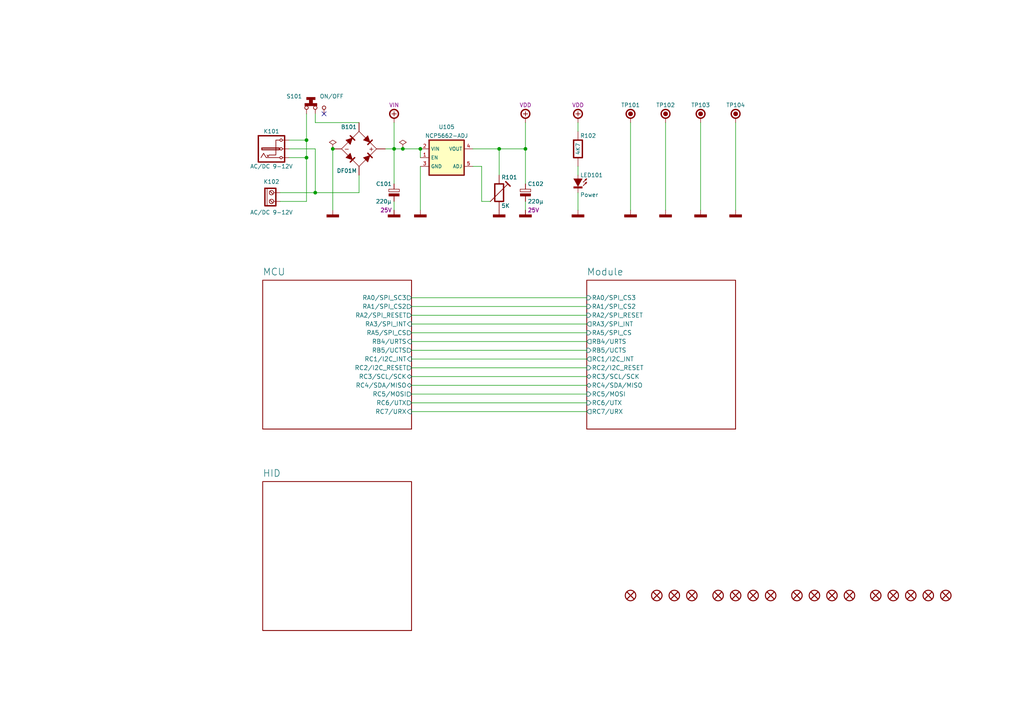
<source format=kicad_sch>
(kicad_sch (version 20250114) (generator "eeschema") (generator_version "9.0")
  (paper "A4")
  (title_block (title "Root & Power") (date "01/2022") (rev "A") (comment 1 "PIC8-Bit Trainer"))
  (lib_symbols
    (symbol "tronixio:+VDD" (power) (pin_numbers (hide yes)) (pin_names (offset 0) (hide yes))
      (property "Description" "VDD" (at 0 5.08 0))
      (symbol "+VDD_0_1"
        (polyline (pts (xy -0.635 2.54) (xy 0.635 2.54)) (stroke (width 0.2)))
        (circle (center 0 2.54) (radius 1.27) (stroke (width 0.4)))
        (polyline (pts (xy 0 1.905) (xy 0 3.175)) (stroke (width 0.2)))
      )
      (symbol "+VDD_1_1"
        (pin power_in line (at 0 0 90) (length 1.27) (name "~") (number "1"))
      )
    )
    (symbol "tronixio:+VIN" (power) (pin_numbers (hide yes)) (pin_names (offset 0) (hide yes))
      (property "Description" "VIN" (at 0 5.08 0))
      (symbol "+VIN_0_1"
        (polyline (pts (xy -0.635 2.54) (xy 0.635 2.54)) (stroke (width 0.2)))
        (circle (center 0 2.54) (radius 1.27) (stroke (width 0.4)))
        (polyline (pts (xy 0 1.905) (xy 0 3.175)) (stroke (width 0.2)))
      )
      (symbol "+VIN_1_1"
        (pin power_in line (at 0 0 90) (length 1.27) (name "~") (number "1"))
      )
    )
    (symbol "tronixio:3M-SJ5376" (pin_numbers (hide yes)) (pin_names (offset 0) (hide yes))
      (symbol "3M-SJ5376_0_1"
        (polyline (pts (xy -1.016 -1.016) (xy 1.016 1.016)) (stroke (width 0.3)))
        (circle (center 0 0) (radius 1.524) (stroke (width 0.3)))
        (polyline (pts (xy 1.016 -1.016) (xy -1.016 1.016)) (stroke (width 0.3)))
      )
    )
    (symbol "tronixio:CK-1101M2" (pin_numbers (hide yes)) (pin_names (offset 0) (hide yes))
      (property "Reference" "S" (at 0 8.89 0))
      (property "Value" "CK-1101M2" (at 0 6.35 0))
      (symbol "CK-1101M2_0_1"
        (rectangle (start -3.048 3.048) (end 0.508 2.286) (stroke (width 0.001)) (fill (type outline)))
        (rectangle (start -2.54 4.826) (end 0 4.064) (stroke (width 0.001)) (fill (type outline)))
        (circle (center -2.54 1.778) (radius 0.508) (stroke (width 0.2)))
        (rectangle (start -1.778 3.048) (end -0.762 4.064) (stroke (width 0.001)) (fill (type outline)))
        (circle (center 0 1.778) (radius 0.508) (stroke (width 0.2)))
        (circle (center 2.54 1.778) (radius 0.508) (stroke (width 0.2)))
        (pin passive line (at -2.54 0 90) (length 1.27) (name "1") (number "1"))
        (pin passive line (at 0 0 90) (length 1.27) (name "2") (number "2"))
        (pin passive line (at 2.54 0 90) (length 1.27) (name "3") (number "3"))
      )
    )
    (symbol "tronixio:GND" (power) (pin_numbers (hide yes)) (pin_names (offset 0) (hide yes))
      (symbol "GND_0_1"
        (rectangle (start -1.778 -2.032) (end 1.778 -1.27) (stroke (width 0.001)) (fill (type outline)))
      )
      (symbol "GND_1_1"
        (pin power_in line (at 0 0 270) (length 1.27) (name "~") (number "1"))
      )
    )
    (symbol "tronixio:HARWIN-JUMPER-0254-06MM-BLACK" (pin_numbers (hide yes)) (pin_names (offset 0) (hide yes))
      (symbol "HARWIN-JUMPER-0254-06MM-BLACK_0_1"
        (polyline (pts (xy -1.016 -1.016) (xy 1.016 1.016)) (stroke (width 0.3)))
        (circle (center 0 0) (radius 1.524) (stroke (width 0.3)))
        (polyline (pts (xy 1.016 -1.016) (xy -1.016 1.016)) (stroke (width 0.3)))
      )
    )
    (symbol "tronixio:HARWIN-JUMPER-0254-06MM-RED" (pin_numbers (hide yes)) (pin_names (offset 0) (hide yes))
      (symbol "HARWIN-JUMPER-0254-06MM-RED_0_1"
        (polyline (pts (xy -1.016 -1.016) (xy 1.016 1.016)) (stroke (width 0.3)))
        (circle (center 0 0) (radius 1.524) (stroke (width 0.3)))
        (polyline (pts (xy 1.016 -1.016) (xy -1.016 1.016)) (stroke (width 0.3)))
      )
    )
    (symbol "tronixio:HARWIN-JUMPER-0254-14MM-BLACK" (pin_numbers (hide yes)) (pin_names (offset 0) (hide yes))
      (symbol "HARWIN-JUMPER-0254-14MM-BLACK_0_1"
        (polyline (pts (xy -1.016 -1.016) (xy 1.016 1.016)) (stroke (width 0.3)))
        (circle (center 0 0) (radius 1.524) (stroke (width 0.3)))
        (polyline (pts (xy 1.016 -1.016) (xy -1.016 1.016)) (stroke (width 0.3)))
      )
    )
    (symbol "tronixio:KEYSTONE-2000-3" (pin_numbers (hide yes)) (pin_names (offset 0) (hide yes))
      (property "Reference" "TP" (at 0 5.08 0))
      (symbol "KEYSTONE-2000-3_0_1"
        (circle (center 0 2.54) (radius 0.635) (stroke (width 0.001)) (fill (type outline)))
        (circle (center 0 2.54) (radius 1.27) (stroke (width 0.4)))
      )
      (symbol "KEYSTONE-2000-3_1_1"
        (pin passive line (at 0 0 90) (length 1.27) (name "~") (number "1"))
      )
    )
    (symbol "tronixio:KEYSTONE-24283" (pin_numbers (hide yes)) (pin_names (offset 0) (hide yes))
      (symbol "KEYSTONE-24283_0_1"
        (polyline (pts (xy -1.016 -1.016) (xy 1.016 1.016)) (stroke (width 0.3)))
        (circle (center 0 0) (radius 1.524) (stroke (width 0.3)))
        (polyline (pts (xy 1.016 -1.016) (xy -1.016 1.016)) (stroke (width 0.3)))
      )
    )
    (symbol "tronixio:KEYSTONE-5006" (pin_numbers (hide yes)) (pin_names (offset 0) (hide yes))
      (property "Reference" "TP" (at 0 5.08 0))
      (symbol "KEYSTONE-5006_0_1"
        (circle (center 0 2.54) (radius 0.635) (stroke (width 0.001)) (fill (type outline)))
        (circle (center 0 2.54) (radius 1.27) (stroke (width 0.4)))
      )
      (symbol "KEYSTONE-5006_1_1"
        (pin passive line (at 0 0 90) (length 1.27) (name "~") (number "1"))
      )
    )
    (symbol "tronixio:KINGBRIGHT-LED-05MM-RED" (pin_numbers (hide yes)) (pin_names (offset 0) (hide yes))
      (property "Reference" "LED" (at 0 3.81 0))
      (property "Value" "RED" (at 0 -2.54 0))
      (symbol "KINGBRIGHT-LED-05MM-RED_0_1"
        (rectangle (start -1.27 1.27) (end -0.762 -1.27) (stroke (width 0.001)) (fill (type outline)))
        (polyline (pts (xy -0.508 1.524) (xy 0.508 2.54) (xy 0.254 2.032) (xy 0 2.286) (xy 0.508 2.54)) (stroke (width 0.2)))
        (polyline (pts (xy 0.508 1.524) (xy 1.524 2.54) (xy 1.27 2.032) (xy 1.016 2.286) (xy 1.524 2.54)) (stroke (width 0.2)))
        (polyline (pts (xy 1.524 -1.27) (xy 1.524 1.27) (xy -0.762 0) (xy 1.524 -1.27)) (stroke (width 0.001)) (fill (type outline)))
      )
      (symbol "KINGBRIGHT-LED-05MM-RED_1_1"
        (pin passive line (at -2.54 0 0) (length 1.27) (name "C") (number "1"))
        (pin passive line (at 2.54 0 180) (length 1.27) (name "A") (number "2"))
      )
    )
    (symbol "tronixio:NICHICON-UVZ-220U-25V" (pin_numbers (hide yes)) (pin_names (offset 0) (hide yes))
      (property "Reference" "C" (at 0.635 2.54 0))
      (property "Value" "220µ" (at 0.635 -2.54 0))
      (property "Voltage" "25V" (at 0.635 -5.08 0))
      (symbol "NICHICON-UVZ-220U-25V_0_1"
        (rectangle (start -1.524 1.016) (end 1.524 0.254) (stroke (width 0.1524)))
        (rectangle (start -1.524 -0.254) (end 1.524 -1.016) (stroke (width 0.001)) (fill (type outline)))
      )
      (symbol "NICHICON-UVZ-220U-25V_1_1"
        (pin passive line (at 0 2.54 270) (length 1.5) (name "~") (number "1"))
        (pin passive line (at 0 -2.54 90) (length 1.905) (name "~") (number "2"))
      )
    )
    (symbol "tronixio:ONSEMI-DF01M" (pin_numbers (hide yes)) (pin_names (offset 0) (hide yes))
      (property "Reference" "B" (at -1.27 7.62 0))
      (property "Value" "DF01M" (at 1.27 7.62 0))
      (symbol "ONSEMI-DF01M_0_0"
        (text "-" (at -3.556 0 0) (effects (font (size 1.27 1.27))))
        (text "~" (at 0 3.81 0) (effects (font (size 1.27 1.27))))
        (text "~" (at 0 -3.81 0) (effects (font (size 1.27 1.27))))
        (text "+" (at 3.556 0 0) (effects (font (size 1.27 1.27))))
      )
      (symbol "ONSEMI-DF01M_0_1"
        (polyline (pts (xy -5.08 0) (xy 0 5.08) (xy 5.08 0) (xy 0 -5.08) (xy -5.08 0)) (stroke (width 0.1524)))
        (polyline (pts (xy -3.81 2.54) (xy -2.54 1.27) (xy -1.905 3.175) (xy -3.81 2.54)) (stroke (width 0.1524)) (fill (type outline)))
        (polyline (pts (xy -2.54 3.81) (xy -1.27 2.54)) (stroke (width 0.4)))
        (polyline (pts (xy -2.54 2.54) (xy -2.54 2.54)) (stroke (width 0.1524)))
        (polyline (pts (xy -2.54 -1.27) (xy -3.81 -2.54) (xy -1.905 -3.175) (xy -2.54 -1.27)) (stroke (width 0.1524)) (fill (type outline)))
        (polyline (pts (xy -2.54 -3.81) (xy -1.27 -2.54)) (stroke (width 0.4)))
        (polyline (pts (xy 1.27 -2.54) (xy 2.54 -3.81) (xy 3.175 -1.905) (xy 1.27 -2.54)) (stroke (width 0.1524)) (fill (type outline)))
        (polyline (pts (xy 2.54 3.81) (xy 1.27 2.54) (xy 3.175 1.905) (xy 2.54 3.81)) (stroke (width 0.1524)) (fill (type outline)))
        (polyline (pts (xy 3.81 2.54) (xy 2.54 1.27)) (stroke (width 0.4)))
        (polyline (pts (xy 3.81 -2.54) (xy 2.54 -1.27)) (stroke (width 0.4)))
      )
      (symbol "ONSEMI-DF01M_1_1"
        (pin passive line (at -7.62 0 0) (length 2.54) (name "2") (number "2"))
        (pin passive line (at 0 7.62 270) (length 2.54) (name "4") (number "4"))
        (pin passive line (at 0 -7.62 90) (length 2.54) (name "3") (number "3"))
        (pin passive line (at 7.62 0 180) (length 2.54) (name "1") (number "1"))
      )
    )
    (symbol "tronixio:ONSEMI-NCP5662-ADJ-TO263" (pin_names (offset 0.5))
      (property "Reference" "U" (at 7.62 3.81 0))
      (property "Value" "ONSEMI-NCP5662-ADJ-TO263" (at 7.62 -8.89 0))
      (symbol "ONSEMI-NCP5662-ADJ-TO263_0_1"
        (rectangle (start 2.54 2.54) (end 12.7 -7.62) (stroke (width 0.4)) (fill (type background)))
      )
      (symbol "ONSEMI-NCP5662-ADJ-TO263_1_1"
        (pin power_in line (at 0 0 0) (length 2.54) (name "VIN") (number "2"))
        (pin input line (at 0 -2.54 0) (length 2.54) (name "EN") (number "1"))
        (pin power_in line (at 0 -5.08 0) (length 2.54) (name "GND") (number "3"))
        (pin power_out line (at 15.24 0 180) (length 2.54) (name "VOUT") (number "4"))
        (pin passive line (at 15.24 -5.08 180) (length 2.54) (name "ADJ") (number "5"))
      )
    )
    (symbol "tronixio:PE-450-4X6X-BLACK" (pin_numbers (hide yes)) (pin_names (offset 0) (hide yes))
      (symbol "PE-450-4X6X-BLACK_0_1"
        (polyline (pts (xy -1.016 -1.016) (xy 1.016 1.016)) (stroke (width 0.3)))
        (circle (center 0 0) (radius 1.524) (stroke (width 0.3)))
        (polyline (pts (xy 1.016 -1.016) (xy -1.016 1.016)) (stroke (width 0.3)))
      )
    )
    (symbol "tronixio:POWER-FLAG" (power) (pin_numbers (hide yes)) (pin_names (offset 0) (hide yes))
      (symbol "POWER-FLAG_0_0"
        (pin power_out line (at 0 0 90) (length 0) (name "pwr") (number "1"))
      )
      (symbol "POWER-FLAG_0_1"
        (polyline (pts (xy 0 0) (xy 0 1.27) (xy -1.016 1.905) (xy 0 2.54) (xy 1.016 1.905) (xy 0 1.27)))
      )
    )
    (symbol "tronixio:RESISTOR-1016TH-4K7-5P" (pin_numbers (hide yes)) (pin_names (offset 0) (hide yes))
      (property "Reference" "R" (at 0.635 3.81 0))
      (property "Value" "4k7" (at 0 0 90))
      (symbol "RESISTOR-1016TH-4K7-5P_0_1"
        (rectangle (start -1.27 -2.54) (end 1.27 2.54) (stroke (width 0.4)))
      )
      (symbol "RESISTOR-1016TH-4K7-5P_1_1"
        (pin passive line (at 0 5.08 270) (length 2.54) (name "~") (number "1"))
        (pin passive line (at 0 -5.08 90) (length 2.54) (name "~") (number "2"))
      )
    )
    (symbol "tronixio:SAMESKY-PJ-102AH-TH" (pin_numbers (hide yes)) (pin_names (offset 0) (hide yes))
      (property "Reference" "K" (at 0 5.08 0))
      (property "Value" "PJ-102H" (at 0 -5.08 0))
      (symbol "SAMESKY-PJ-102AH-TH_0_1"
        (rectangle (start -3.81 -3.81) (end 3.81 3.81) (stroke (width 0.4)))
        (polyline (pts (xy -3.048 -2.54) (xy -2.286 -1.27) (xy -1.524 -2.54) (xy 2.286 -2.54)) (stroke (width 0.2)))
        (rectangle (start -2.794 0.254) (end 2.286 -0.254) (stroke (width 0.3)))
        (polyline (pts (xy -1.27 -1.778) (xy -1.016 -2.286) (xy -0.762 -1.778) (xy 1.27 -1.778) (xy 1.27 2.54) (xy 2.286 2.54)) (stroke (width 0.2)))
        (circle (center 2.794 2.54) (radius 0.3592) (stroke (width 0.2)))
        (circle (center 2.794 0) (radius 0.3592) (stroke (width 0.2)))
        (circle (center 2.794 -2.54) (radius 0.3592) (stroke (width 0.2)))
      )
      (symbol "SAMESKY-PJ-102AH-TH_1_1"
        (pin passive line (at 5.08 2.54 180) (length 1.905) (name "~") (number "3"))
        (pin passive line (at 5.08 0 180) (length 1.905) (name "~") (number "1"))
        (pin passive line (at 5.08 -2.54 180) (length 1.905) (name "~") (number "2"))
      )
    )
    (symbol "tronixio:SAMESSKY-TB006-508-02BE" (pin_numbers (hide yes)) (pin_names (offset 0) (hide yes))
      (property "Reference" "K" (at 0 2.54 0))
      (property "Value" "TB006-508-02BE" (at 0 -5.715 0))
      (symbol "SAMESSKY-TB006-508-02BE_0_1"
        (rectangle (start -1.27 1.27) (end 1.905 -3.81) (stroke (width 0.4)))
        (circle (center 0 0) (radius 0.635) (stroke (width 0.2)))
        (circle (center 0 -2.54) (radius 0.635) (stroke (width 0.2)))
        (polyline (pts (xy 0.32 0.32) (xy -0.32 -0.32)) (stroke (width 0.2)))
        (polyline (pts (xy 0.32 -2.24) (xy -0.32 -2.88)) (stroke (width 0.2)))
        (polyline (pts (xy 1.27 1.27) (xy 1.27 -3.81)))
      )
      (symbol "SAMESSKY-TB006-508-02BE_1_1"
        (pin passive line (at -2.54 0 0) (length 1.905) (name "~") (number "1"))
        (pin passive line (at -2.54 -2.54 0) (length 1.905) (name "~") (number "2"))
      )
    )
    (symbol "tronixio:TRIMMER-64W-5K" (pin_numbers (hide yes)) (pin_names (offset 0) (hide yes))
      (property "Reference" "P" (at 2.54 2.54 0))
      (property "Value" "5k" (at 2.54 0 0))
      (symbol "TRIMMER-64W-5K_0_1"
        (polyline (pts (xy -3.175 1.905) (xy -1.905 3.175)) (stroke (width 0.4)))
        (rectangle (start -1.27 2.54) (end 1.27 -2.54) (stroke (width 0.4)))
      )
      (symbol "TRIMMER-64W-5K_1_1"
        (polyline (pts (xy 2.54 -2.54) (xy -2.54 2.54)) (stroke (width 0.2)))
        (pin passive line (at 0 5.08 270) (length 2.54) (name "~") (number "3"))
        (pin passive line (at 0 -5.08 90) (length 2.54) (name "~") (number "1"))
        (pin passive line (at 2.54 -2.54 180) (length 0) (name "~") (number "2"))
      )
    )
  )
  (junction (at 116.84 43.18))
  (junction (at 91.44 55.88))
  (junction (at 114.3 43.18))
  (junction (at 121.92 43.18))
  (junction (at 152.4 43.18))
  (junction (at 88.9 45.72))
  (junction (at 144.78 43.18))
  (junction (at 88.9 40.64))
  (junction (at 96.52 43.18))
  (no_connect (at 93.98 33.02))
  (wire (pts (xy 104.14 50.8) (xy 104.14 55.88)))
  (wire (pts (xy 119.38 96.52) (xy 170.18 96.52)))
  (wire (pts (xy 83.82 45.72) (xy 88.9 45.72)))
  (wire (pts (xy 114.3 58.42) (xy 114.3 60.96)))
  (wire (pts (xy 88.9 45.72) (xy 88.9 40.64)))
  (wire (pts (xy 119.38 106.68) (xy 170.18 106.68)))
  (wire (pts (xy 137.16 43.18) (xy 144.78 43.18)))
  (wire (pts (xy 81.28 55.88) (xy 91.44 55.88)))
  (wire (pts (xy 119.38 119.38) (xy 170.18 119.38)))
  (wire (pts (xy 81.28 58.42) (xy 88.9 58.42)))
  (wire (pts (xy 88.9 40.64) (xy 88.9 33.02)))
  (wire (pts (xy 139.7 48.26) (xy 139.7 58.42)))
  (wire (pts (xy 119.38 116.84) (xy 170.18 116.84)))
  (wire (pts (xy 119.38 114.3) (xy 170.18 114.3)))
  (wire (pts (xy 114.3 43.18) (xy 114.3 53.34)))
  (wire (pts (xy 121.92 45.72) (xy 121.92 43.18)))
  (wire (pts (xy 167.64 35.56) (xy 167.64 38.1)))
  (wire (pts (xy 152.4 43.18) (xy 152.4 53.34)))
  (wire (pts (xy 119.38 101.6) (xy 170.18 101.6)))
  (wire (pts (xy 213.36 35.56) (xy 213.36 60.96)))
  (wire (pts (xy 111.76 43.18) (xy 114.3 43.18)))
  (wire (pts (xy 83.82 40.64) (xy 88.9 40.64)))
  (wire (pts (xy 182.88 35.56) (xy 182.88 60.96)))
  (wire (pts (xy 152.4 35.56) (xy 152.4 43.18)))
  (wire (pts (xy 144.78 43.18) (xy 144.78 50.8)))
  (wire (pts (xy 91.44 33.02) (xy 91.44 35.56)))
  (wire (pts (xy 119.38 88.9) (xy 170.18 88.9)))
  (wire (pts (xy 119.38 99.06) (xy 170.18 99.06)))
  (wire (pts (xy 119.38 86.36) (xy 170.18 86.36)))
  (wire (pts (xy 144.78 43.18) (xy 152.4 43.18)))
  (wire (pts (xy 91.44 55.88) (xy 104.14 55.88)))
  (wire (pts (xy 167.64 48.26) (xy 167.64 50.8)))
  (wire (pts (xy 119.38 109.22) (xy 170.18 109.22)))
  (wire (pts (xy 119.38 111.76) (xy 170.18 111.76)))
  (wire (pts (xy 167.64 55.88) (xy 167.64 60.96)))
  (wire (pts (xy 119.38 104.14) (xy 170.18 104.14)))
  (wire (pts (xy 83.82 43.18) (xy 91.44 43.18)))
  (wire (pts (xy 114.3 35.56) (xy 114.3 43.18)))
  (wire (pts (xy 152.4 58.42) (xy 152.4 60.96)))
  (wire (pts (xy 121.92 48.26) (xy 121.92 60.96)))
  (wire (pts (xy 119.38 93.98) (xy 170.18 93.98)))
  (wire (pts (xy 88.9 58.42) (xy 88.9 45.72)))
  (wire (pts (xy 137.16 48.26) (xy 139.7 48.26)))
  (wire (pts (xy 96.52 43.18) (xy 96.52 60.96)))
  (wire (pts (xy 114.3 43.18) (xy 116.84 43.18)))
  (wire (pts (xy 116.84 43.18) (xy 121.92 43.18)))
  (wire (pts (xy 193.04 35.56) (xy 193.04 60.96)))
  (wire (pts (xy 91.44 35.56) (xy 104.14 35.56)))
  (wire (pts (xy 203.2 35.56) (xy 203.2 60.96)))
  (wire (pts (xy 119.38 91.44) (xy 170.18 91.44)))
  (wire (pts (xy 139.7 58.42) (xy 142.24 58.42)))
  (wire (pts (xy 91.44 43.18) (xy 91.44 55.88)))
  (symbol (lib_id "tronixio:SAMESSKY-TB006-508-02BE") (at 78.74 55.88 0) (mirror y) (unit 1)
    (property "Reference" "K102" (at 78.74 52.705 0) (effects (font (size 1.15 1.15))))
    (property "Value" "AC/DC 9-12V" (at 78.74 61.595 0) (effects (font (size 1.15 1.15))))
    (property "Footprint" "tronixio:SAMESKY-TB006-508-02BE" (effects (hide yes)))
    (property "Datasheet" "https://www.sameskydevices.com/product/interconnect/connectors/terminal-blocks/tb006-508-series" (effects (hide yes)))
    (property "Description" "2~24 Poles, Screw Type, Horizontal, 5.08 Pitch, 26~14 (AWG), Terminal Block Connector" (effects (hide yes)))
    (property "Mouser" "490-TB006-508-02BE" (effects (hide yes)))
  )
  (symbol (lib_id "tronixio:GND") (at 203.2 60.96 0) (unit 1)
    (property "Reference" "#PWR0139" (effects (hide yes)))
    (property "Value" "POWER-GND" (effects (hide yes)))
    (property "Description" "GND" (effects (hide yes)))
  )
  (symbol (lib_id "tronixio:KEYSTONE-24283") (at 241.3 172.72 0) (unit 1)
    (property "Reference" "U103" (effects (hide yes)))
    (property "Value" "KEYSTONE-24283" (effects (hide yes)))
    (property "Footprint" "tronixio:KEYSTONE-24283" (effects (hide yes)))
    (property "Datasheet" "https://www.mouser.fr/datasheet/2/215/4283-24288-745736.pdf" (effects (hide yes)))
    (property "Mouser" "534-24283" (effects (hide yes)))
  )
  (symbol (lib_id "tronixio:KEYSTONE-24283") (at 231.14 172.72 0) (unit 1)
    (property "Reference" "U101" (effects (hide yes)))
    (property "Value" "KEYSTONE-24283" (effects (hide yes)))
    (property "Footprint" "tronixio:KEYSTONE-24283" (effects (hide yes)))
    (property "Datasheet" "https://www.mouser.fr/datasheet/2/215/4283-24288-745736.pdf" (effects (hide yes)))
    (property "Mouser" "534-24283" (effects (hide yes)))
  )
  (symbol (lib_id "tronixio:KEYSTONE-5006") (at 182.88 35.56 0) (unit 1)
    (property "Reference" "TP101" (at 182.88 30.48 0) (effects (font (size 1.15 1.15))))
    (property "Value" "GND" (effects (hide yes)))
    (property "Footprint" "tronixio:KEYSTONE-5006" (effects (hide yes)))
    (property "Datasheet" "https://www.keyelco.com/product.cfm/product_id/1315" (effects (hide yes)))
    (property "Mouser" "534-5006" (effects (hide yes)))
  )
  (symbol (lib_id "tronixio:3M-SJ5376") (at 269.24 172.72 0) (unit 1)
    (property "Reference" "X104" (effects (hide yes)))
    (property "Value" "3M-SJ5376" (effects (hide yes)))
    (property "Footprint" "tronixio:3M-SJ5376" (effects (hide yes)))
    (property "Datasheet" "https://multimedia.3m.com/mws/media/743845O/sjxx76-pdf.pdf" (effects (hide yes)))
    (property "Mouser" "517-SJ5376" (effects (hide yes)))
  )
  (symbol (lib_id "tronixio:KEYSTONE-24283") (at 236.22 172.72 0) (unit 1)
    (property "Reference" "U102" (effects (hide yes)))
    (property "Value" "KEYSTONE-24283" (effects (hide yes)))
    (property "Footprint" "tronixio:KEYSTONE-24283" (effects (hide yes)))
    (property "Datasheet" "https://www.mouser.fr/datasheet/2/215/4283-24288-745736.pdf" (effects (hide yes)))
    (property "Mouser" "534-24283" (effects (hide yes)))
  )
  (symbol (lib_id "tronixio:3M-SJ5376") (at 274.32 172.72 0) (unit 1)
    (property "Reference" "X105" (effects (hide yes)))
    (property "Value" "3M-SJ5376" (effects (hide yes)))
    (property "Footprint" "tronixio:3M-SJ5376" (effects (hide yes)))
    (property "Datasheet" "https://multimedia.3m.com/mws/media/743845O/sjxx76-pdf.pdf" (effects (hide yes)))
    (property "Mouser" "517-SJ5376" (effects (hide yes)))
  )
  (symbol (lib_id "tronixio:GND") (at 114.3 60.96 0) (unit 1)
    (property "Reference" "#PWR0103" (effects (hide yes)))
    (property "Value" "POWER-GND" (effects (hide yes)))
    (property "Description" "GND" (effects (hide yes)))
  )
  (symbol (lib_id "tronixio:HARWIN-JUMPER-0254-14MM-BLACK") (at 223.52 172.72 0) (unit 1)
    (property "Reference" "H104" (effects (hide yes)))
    (property "Value" "HARWIN-JUMPER-0254-14MM-BLACK" (effects (hide yes)))
    (property "Footprint" "tronixio:HARWIN-M20-7680-7683" (effects (hide yes)))
    (property "Datasheet" "https://cdn.harwin.com/pdfs/M7680-M7683.pdf" (effects (hide yes)))
    (property "Description" "2.54 Pitch Open Top Jumper Socket" (effects (hide yes)))
    (property "Mouser" "855-M7682" (effects (hide yes)))
  )
  (symbol (lib_id "tronixio:GND") (at 167.64 60.96 0) (unit 1)
    (property "Reference" "#PWR0109" (effects (hide yes)))
    (property "Value" "POWER-GND" (effects (hide yes)))
    (property "Description" "GND" (effects (hide yes)))
  )
  (symbol (lib_id "tronixio:SAMESKY-PJ-102AH-TH") (at 78.74 43.18 0) (unit 1)
    (property "Reference" "K101" (at 78.74 38.1 0) (effects (font (size 1.15 1.15))))
    (property "Value" "AC/DC 9-12V" (at 78.74 48.26 0) (effects (font (size 1.15 1.15))))
    (property "Footprint" "tronixio:SAMESKY-PJ-102AH" (effects (hide yes)))
    (property "Datasheet" "https://www.sameskydevices.com/product/interconnect/connectors/dc-power-connectors/jacks/pj-102ah" (effects (hide yes)))
    (property "Mouser" "490-PJ-102AH" (effects (hide yes)))
  )
  (symbol (lib_id "tronixio:KEYSTONE-5006") (at 193.04 35.56 0) (unit 1)
    (property "Reference" "TP102" (at 193.04 30.48 0) (effects (font (size 1.15 1.15))))
    (property "Value" "GND" (effects (hide yes)))
    (property "Footprint" "tronixio:KEYSTONE-5006" (effects (hide yes)))
    (property "Datasheet" "https://www.keyelco.com/product.cfm/product_id/1315" (effects (hide yes)))
    (property "Mouser" "534-5006" (effects (hide yes)))
  )
  (symbol (lib_id "tronixio:ONSEMI-NCP5662-ADJ-TO263") (at 121.92 43.18 0) (unit 1)
    (property "Reference" "U105" (at 129.54 36.83 0) (effects (font (size 1.15 1.15))))
    (property "Value" "NCP5662-ADJ" (at 129.54 39.37 0) (effects (font (size 1.15 1.15))))
    (property "Footprint" "tronixio:TO-263-5-TABPIN3" (effects (hide yes)))
    (property "Datasheet" "http://www.onsemi.com/pub/Collateral/NCP5662-D.PDF" (effects (hide yes)))
    (property "Description" "Linear Regulator - Low Output Voltage, Ultra-Fast, Low Dropout, Enable 2.0A" (effects (hide yes)))
    (property "Mouser" "863-NCP5662DSADJR4G" (effects (hide yes)))
  )
  (symbol (lib_id "tronixio:POWER-FLAG") (at 96.52 43.18 0) (unit 1)
    (property "Reference" "#FLG01" (effects (hide yes)))
    (property "Value" "POWER-FLAG" (effects (hide yes)))
    (property "Description" "Special symbol for telling ERC where power comes from" (effects (hide yes)))
  )
  (symbol (lib_id "tronixio:TRIMMER-64W-5K") (at 144.78 55.88 0) (mirror y) (unit 1)
    (property "Reference" "R101" (at 145.415 51.435 0) (effects (font (size 1.15 1.15)) (justify right)))
    (property "Value" "5K" (at 145.415 59.69 0) (effects (font (size 1.15 1.15)) (justify right)))
    (property "Footprint" "tronixio:TRIMMER-64W" (effects (hide yes)))
    (property "Datasheet" "https://www.vishay.com/docs/57028/64.pdf" (effects (hide yes)))
    (property "Description" "3/8\" Square (10 mm) Multi-Turn Cermet Trimmer" (effects (hide yes)))
    (property "Tolerance" "10%" (effects (hide yes)))
    (property "Mouser" "594-64W502" (effects (hide yes)))
  )
  (symbol (lib_id "tronixio:KEYSTONE-2000-3") (at 213.36 35.56 0) (unit 1)
    (property "Reference" "TP104" (at 213.36 30.48 0) (effects (font (size 1.15 1.15))))
    (property "Value" "GND" (effects (hide yes)))
    (property "Footprint" "tronixio:KEYSTONE-2000-3" (effects (hide yes)))
    (property "Datasheet" "https://www.keyelco.com/product.cfm/product_id/3037" (effects (hide yes)))
    (property "Mouser" "534-2000-3" (effects (hide yes)))
  )
  (symbol (lib_id "tronixio:HARWIN-JUMPER-0254-06MM-BLACK") (at 190.5 172.72 0) (unit 1)
    (property "Reference" "JP101" (effects (hide yes)))
    (property "Value" "HARWIN-JUMPER-0254-06MM-BLACK" (effects (hide yes)))
    (property "Footprint" "tronixio:HARWIN-M20-7580-7583" (effects (hide yes)))
    (property "Datasheet" "https://cdn.harwin.com/pdfs/M7580-M7583.pdf" (effects (hide yes)))
    (property "Description" "2.54 Pitch Open Top Jumper Socket" (effects (hide yes)))
    (property "Mouser" "855-M7582" (effects (hide yes)))
  )
  (symbol (lib_id "tronixio:GND") (at 96.52 60.96 0) (unit 1)
    (property "Reference" "#PWR0101" (effects (hide yes)))
    (property "Value" "POWER-GND" (effects (hide yes)))
    (property "Description" "GND" (effects (hide yes)))
  )
  (symbol (lib_id "tronixio:HARWIN-JUMPER-0254-14MM-BLACK") (at 213.36 172.72 0) (unit 1)
    (property "Reference" "H102" (effects (hide yes)))
    (property "Value" "HARWIN-JUMPER-0254-14MM-BLACK" (effects (hide yes)))
    (property "Footprint" "tronixio:HARWIN-M20-7680-7683" (effects (hide yes)))
    (property "Datasheet" "https://cdn.harwin.com/pdfs/M7680-M7683.pdf" (effects (hide yes)))
    (property "Description" "2.54 Pitch Open Top Jumper Socket" (effects (hide yes)))
    (property "Mouser" "855-M7682" (effects (hide yes)))
  )
  (symbol (lib_id "tronixio:HARWIN-JUMPER-0254-06MM-RED") (at 200.66 172.72 0) (unit 1)
    (property "Reference" "JP103" (effects (hide yes)))
    (property "Value" "HARWIN-JUMPER-0254-06MM-RED" (effects (hide yes)))
    (property "Footprint" "tronixio:HARWIN-M20-7580-7583" (effects (hide yes)))
    (property "Datasheet" "https://cdn.harwin.com/pdfs/M7580-M7583.pdf" (effects (hide yes)))
    (property "Description" "2.54 Pitch Open Top Jumper Socket" (effects (hide yes)))
    (property "Mouser" "855-M7581" (effects (hide yes)))
  )
  (symbol (lib_id "tronixio:GND") (at 152.4 60.96 0) (unit 1)
    (property "Reference" "#PWR0107" (effects (hide yes)))
    (property "Value" "POWER-GND" (effects (hide yes)))
    (property "Description" "GND" (effects (hide yes)))
  )
  (symbol (lib_id "tronixio:CK-1101M2") (at 91.44 33.02 0) (unit 1)
    (property "Reference" "S101" (at 87.63 27.94 0) (effects (font (size 1.15 1.15)) (justify right)))
    (property "Value" "ON/OFF" (at 92.71 27.94 0) (effects (font (size 1.15 1.15)) (justify left)))
    (property "Footprint" "tronixio:CK-1101M2" (effects (hide yes)))
    (property "Datasheet" "http://www.ckswitches.com/products/switches/product-details/Slide/1000/" (effects (hide yes)))
    (property "Mouser" "611-1101M2S3CQE2" (effects (hide yes)))
  )
  (symbol (lib_id "tronixio:NICHICON-UVZ-220U-25V") (at 114.3 55.88 0) (unit 1)
    (property "Reference" "C101" (at 113.665 53.34 0) (effects (font (size 1.15 1.15)) (justify right)))
    (property "Value" "220µ" (at 113.665 58.42 0) (effects (font (size 1.15 1.15)) (justify right)))
    (property "Footprint" "tronixio:CAPACITOR-ELECTROLYTIC-RADIAL-080-115-035" (effects (hide yes)))
    (property "Datasheet" "http://www.nichicon.co.jp/english/products/pdfs/e-uvz.pdf" (effects (hide yes)))
    (property "Description" "Polarized Capacitor" (effects (hide yes)))
    (property "Voltage" "25V" (at 113.665 60.96 0) (effects (font (size 1.15 1.15)) (justify right)))
    (property "Tolerance" "20%" (effects (hide yes)))
    (property "Mouser" "647-UVZ1E221MPD" (effects (hide yes)))
    (property "Life" "1000H" (effects (hide yes)))
    (property "Serie" "UVZ" (effects (hide yes)))
  )
  (symbol (lib_id "tronixio:GND") (at 213.36 60.96 0) (unit 1)
    (property "Reference" "#PWR0114" (effects (hide yes)))
    (property "Value" "POWER-GND" (effects (hide yes)))
    (property "Description" "GND" (effects (hide yes)))
  )
  (symbol (lib_id "tronixio:POWER-FLAG") (at 116.84 43.18 0) (unit 1)
    (property "Reference" "#FLG0102" (effects (hide yes)))
    (property "Value" "POWER-FLAG" (effects (hide yes)))
    (property "Description" "Special symbol for telling ERC where power comes from" (effects (hide yes)))
  )
  (symbol (lib_id "tronixio:RESISTOR-1016TH-4K7-5P") (at 167.64 43.18 0) (unit 1)
    (property "Reference" "R102" (at 168.275 39.37 0) (effects (font (size 1.15 1.15)) (justify left)))
    (property "Value" "4K7" (at 167.64 43.18 90) (effects (font (size 1.15 1.15))))
    (property "Footprint" "tronixio:RESISTOR-TH-1016" (effects (hide yes)))
    (property "Datasheet" "https://www.vishay.com/docs/28722/sfr16s25.pdf" (effects (hide yes)))
    (property "Description" "Resistor" (effects (hide yes)))
    (property "Tolerance" "5%" (effects (hide yes)))
    (property "Mouser" "594-SFR2500004701JR5" (effects (hide yes)))
  )
  (symbol (lib_id "tronixio:+VDD") (at 167.64 35.56 0) (unit 1)
    (property "Reference" "#PWR0108" (effects (hide yes)))
    (property "Value" "POWER-VDD" (effects (hide yes)))
    (property "Description" "VDD" (at 167.64 30.48 0) (effects (font (size 1.15 1.15))))
  )
  (symbol (lib_id "tronixio:KINGBRIGHT-LED-05MM-RED") (at 167.64 53.34 270) (mirror x) (unit 1)
    (property "Reference" "LED101" (at 168.275 50.8 90) (effects (font (size 1.15 1.15)) (justify left)))
    (property "Value" "Power" (at 168.275 56.515 90) (effects (font (size 1.15 1.15)) (justify left)))
    (property "Footprint" "tronixio:LED-TH-ROUND-05MM" (effects (hide yes)))
    (property "Datasheet" "https://www.kingbrightusa.com/images/catalog/SPEC/WP7113ID.pdf" (effects (hide yes)))
    (property "Description" "Light Emitting Diode" (effects (hide yes)))
    (property "Mouser" "604-WP7113ID" (effects (hide yes)))
  )
  (symbol (lib_id "tronixio:KEYSTONE-24283") (at 246.38 172.72 0) (unit 1)
    (property "Reference" "U104" (effects (hide yes)))
    (property "Value" "KEYSTONE-24283" (effects (hide yes)))
    (property "Footprint" "tronixio:KEYSTONE-24283" (effects (hide yes)))
    (property "Datasheet" "https://www.mouser.fr/datasheet/2/215/4283-24288-745736.pdf" (effects (hide yes)))
    (property "Mouser" "534-24283" (effects (hide yes)))
  )
  (symbol (lib_id "tronixio:3M-SJ5376") (at 259.08 172.72 0) (unit 1)
    (property "Reference" "X102" (effects (hide yes)))
    (property "Value" "3M-SJ5376" (effects (hide yes)))
    (property "Footprint" "tronixio:3M-SJ5376" (effects (hide yes)))
    (property "Datasheet" "https://multimedia.3m.com/mws/media/743845O/sjxx76-pdf.pdf" (effects (hide yes)))
    (property "Mouser" "517-SJ5376" (effects (hide yes)))
  )
  (symbol (lib_id "tronixio:GND") (at 193.04 60.96 0) (unit 1)
    (property "Reference" "#PWR0113" (effects (hide yes)))
    (property "Value" "POWER-GND" (effects (hide yes)))
    (property "Description" "GND" (effects (hide yes)))
  )
  (symbol (lib_id "tronixio:KEYSTONE-5006") (at 203.2 35.56 0) (unit 1)
    (property "Reference" "TP103" (at 203.2 30.48 0) (effects (font (size 1.15 1.15))))
    (property "Value" "GND" (effects (hide yes)))
    (property "Footprint" "tronixio:KEYSTONE-5006" (effects (hide yes)))
    (property "Datasheet" "https://www.keyelco.com/product.cfm/product_id/1315" (effects (hide yes)))
    (property "Mouser" "534-5006" (effects (hide yes)))
  )
  (symbol (lib_id "tronixio:GND") (at 144.78 60.96 0) (unit 1)
    (property "Reference" "#PWR0105" (effects (hide yes)))
    (property "Value" "POWER-GND" (effects (hide yes)))
    (property "Description" "GND" (effects (hide yes)))
  )
  (symbol (lib_id "tronixio:+VIN") (at 114.3 35.56 0) (unit 1)
    (property "Reference" "#PWR0102" (effects (hide yes)))
    (property "Value" "POWER-VIN" (effects (hide yes)))
    (property "Description" "VIN" (at 114.3 30.48 0) (effects (font (size 1.15 1.15))))
  )
  (symbol (lib_id "tronixio:HARWIN-JUMPER-0254-06MM-RED") (at 195.58 172.72 0) (unit 1)
    (property "Reference" "JP102" (effects (hide yes)))
    (property "Value" "HARWIN-JUMPER-0254-06MM-RED" (effects (hide yes)))
    (property "Footprint" "tronixio:HARWIN-M20-7580-7583" (effects (hide yes)))
    (property "Datasheet" "https://cdn.harwin.com/pdfs/M7580-M7583.pdf" (effects (hide yes)))
    (property "Description" "2.54 Pitch Open Top Jumper Socket" (effects (hide yes)))
    (property "Mouser" "855-M7581" (effects (hide yes)))
  )
  (symbol (lib_id "tronixio:HARWIN-JUMPER-0254-14MM-BLACK") (at 208.28 172.72 0) (unit 1)
    (property "Reference" "H101" (effects (hide yes)))
    (property "Value" "HARWIN-JUMPER-0254-14MM-BLACK" (effects (hide yes)))
    (property "Footprint" "tronixio:HARWIN-M20-7680-7683" (effects (hide yes)))
    (property "Datasheet" "https://cdn.harwin.com/pdfs/M7680-M7683.pdf" (effects (hide yes)))
    (property "Description" "2.54 Pitch Open Top Jumper Socket" (effects (hide yes)))
    (property "Mouser" "855-M7682" (effects (hide yes)))
  )
  (symbol (lib_id "tronixio:ONSEMI-DF01M") (at 104.14 43.18 0) (unit 1)
    (property "Reference" "B101" (at 103.505 36.83 0) (effects (font (size 1.15 1.15)) (justify right)))
    (property "Value" "DF01M" (at 103.505 49.53 0) (effects (font (size 1.15 1.15)) (justify right)))
    (property "Footprint" "tronixio:DF01M" (effects (hide yes)))
    (property "Datasheet" "https://www.onsemi.com/products/discrete-power-modules/rectifiers/DF01M" (effects (hide yes)))
    (property "Description" "Bridge Rectifier" (effects (hide yes)))
    (property "Mouser" "512-DF01M" (effects (hide yes)))
  )
  (symbol (lib_id "tronixio:3M-SJ5376") (at 264.16 172.72 0) (unit 1)
    (property "Reference" "X103" (effects (hide yes)))
    (property "Value" "3M-SJ5376" (effects (hide yes)))
    (property "Footprint" "tronixio:3M-SJ5376" (effects (hide yes)))
    (property "Datasheet" "https://multimedia.3m.com/mws/media/743845O/sjxx76-pdf.pdf" (effects (hide yes)))
    (property "Mouser" "517-SJ5376" (effects (hide yes)))
  )
  (symbol (lib_id "tronixio:+VDD") (at 152.4 35.56 0) (unit 1)
    (property "Reference" "#PWR0106" (effects (hide yes)))
    (property "Value" "POWER-VDD" (effects (hide yes)))
    (property "Description" "VDD" (at 152.4 30.48 0) (effects (font (size 1.15 1.15))))
  )
  (symbol (lib_id "tronixio:GND") (at 182.88 60.96 0) (unit 1)
    (property "Reference" "#PWR0112" (effects (hide yes)))
    (property "Value" "POWER-GND" (effects (hide yes)))
    (property "Description" "GND" (effects (hide yes)))
  )
  (symbol (lib_id "tronixio:GND") (at 121.92 60.96 0) (unit 1)
    (property "Reference" "#PWR0104" (effects (hide yes)))
    (property "Value" "POWER-GND" (effects (hide yes)))
    (property "Description" "GND" (effects (hide yes)))
  )
  (symbol (lib_id "tronixio:PE-450-4X6X-BLACK") (at 182.88 172.72 0) (unit 1)
    (property "Reference" "K103" (effects (hide yes)))
    (property "Value" "PE-450-4X6X-BLACK" (effects (hide yes)))
    (property "Footprint" "tronixio:PE-450-4X6X" (effects (hide yes)))
    (property "Datasheet" "https://www.mouser.fr/datasheet/2/209/EPD-200220-1171146.pdf" (effects (hide yes)))
    (property "Description" "Instrument Control Knobs" (effects (hide yes)))
    (property "Mouser" "450-476" (effects (hide yes)))
  )
  (symbol (lib_id "tronixio:3M-SJ5376") (at 254 172.72 0) (unit 1)
    (property "Reference" "X101" (effects (hide yes)))
    (property "Value" "3M-SJ5376" (effects (hide yes)))
    (property "Footprint" "tronixio:3M-SJ5376" (effects (hide yes)))
    (property "Datasheet" "https://multimedia.3m.com/mws/media/743845O/sjxx76-pdf.pdf" (effects (hide yes)))
    (property "Mouser" "517-SJ5376" (effects (hide yes)))
  )
  (symbol (lib_id "tronixio:NICHICON-UVZ-220U-25V") (at 152.4 55.88 0) (unit 1)
    (property "Reference" "C102" (at 153.035 53.34 0) (effects (font (size 1.15 1.15)) (justify left)))
    (property "Value" "220µ" (at 153.035 58.42 0) (effects (font (size 1.15 1.15)) (justify left)))
    (property "Footprint" "tronixio:CAPACITOR-ELECTROLYTIC-RADIAL-080-115-035" (effects (hide yes)))
    (property "Datasheet" "http://www.nichicon.co.jp/english/products/pdfs/e-uvz.pdf" (effects (hide yes)))
    (property "Description" "Polarized Capacitor" (effects (hide yes)))
    (property "Voltage" "25V" (at 153.035 60.96 0) (effects (font (size 1.15 1.15)) (justify left)))
    (property "Tolerance" "20%" (effects (hide yes)))
    (property "Mouser" "647-UVZ1E221MPD" (effects (hide yes)))
    (property "Life" "1000H" (effects (hide yes)))
    (property "Serie" "UVZ" (effects (hide yes)))
  )
  (symbol (lib_id "tronixio:HARWIN-JUMPER-0254-14MM-BLACK") (at 218.44 172.72 0) (unit 1)
    (property "Reference" "H103" (effects (hide yes)))
    (property "Value" "HARWIN-JUMPER-0254-14MM-BLACK" (effects (hide yes)))
    (property "Footprint" "tronixio:HARWIN-M20-7680-7683" (effects (hide yes)))
    (property "Datasheet" "https://cdn.harwin.com/pdfs/M7680-M7683.pdf" (effects (hide yes)))
    (property "Description" "2.54 Pitch Open Top Jumper Socket" (effects (hide yes)))
    (property "Mouser" "855-M7682" (effects (hide yes)))
  )
  (sheet (at 76.2 81.28) (size 43.18 43.18) (stroke (width 0.2))
    (property "Sheetname" "MCU" (at 76.2 80.01 0) (effects (font (size 2 2)) (justify left bottom)))
    (property "Sheetfile" "pic8bit-mcu.kicad_sch" (effects (hide yes)))
    (pin "RA3{slash}SPI_INT" input (at 119.38 93.98 0))
    (pin "RA5{slash}SPI_CS" output (at 119.38 96.52 0))
    (pin "RC1{slash}I2C_INT" input (at 119.38 104.14 0))
    (pin "RA1{slash}SPI_CS2" output (at 119.38 88.9 0))
    (pin "RA2{slash}SPI_RESET" output (at 119.38 91.44 0))
    (pin "RA0{slash}SPI_SC3" output (at 119.38 86.36 0))
    (pin "RC2{slash}I2C_RESET" output (at 119.38 106.68 0))
    (pin "RC3{slash}SCL{slash}SCK" bidirectional (at 119.38 109.22 0))
    (pin "RC4{slash}SDA{slash}MISO" bidirectional (at 119.38 111.76 0))
    (pin "RB4{slash}URTS" input (at 119.38 99.06 0))
    (pin "RC7{slash}URX" input (at 119.38 119.38 0))
    (pin "RC6{slash}UTX" output (at 119.38 116.84 0))
    (pin "RB5{slash}UCTS" output (at 119.38 101.6 0))
    (pin "RC5{slash}MOSI" output (at 119.38 114.3 0))
  )
  (sheet (at 76.2 139.7) (size 43.18 43.18) (stroke (width 0.2))
    (property "Sheetname" "HID" (at 76.2 138.43 0) (effects (font (size 2 2)) (justify left bottom)))
    (property "Sheetfile" "pic8bit-hid.kicad_sch" (effects (hide yes)))
  )
  (sheet (at 170.18 81.28) (size 43.18 43.18) (stroke (width 0.2))
    (property "Sheetname" "Module" (at 170.18 80.01 0) (effects (font (size 2 2)) (justify left bottom)))
    (property "Sheetfile" "pic8bit-mod.kicad_sch" (effects (hide yes)))
    (pin "RC4{slash}SDA{slash}MISO" bidirectional (at 170.18 111.76 180))
    (pin "RC5{slash}MOSI" input (at 170.18 114.3 180))
    (pin "RA5{slash}SPI_CS" input (at 170.18 96.52 180))
    (pin "RA1{slash}SPI_CS2" input (at 170.18 88.9 180))
    (pin "RA0{slash}SPI_CS3" input (at 170.18 86.36 180))
    (pin "RA3{slash}SPI_INT" output (at 170.18 93.98 180))
    (pin "RA2{slash}SPI_RESET" input (at 170.18 91.44 180))
    (pin "RC2{slash}I2C_RESET" input (at 170.18 106.68 180))
    (pin "RC1{slash}I2C_INT" output (at 170.18 104.14 180))
    (pin "RC6{slash}UTX" input (at 170.18 116.84 180))
    (pin "RC3{slash}SCL{slash}SCK" bidirectional (at 170.18 109.22 180))
    (pin "RB5{slash}UCTS" input (at 170.18 101.6 180))
    (pin "RB4{slash}URTS" output (at 170.18 99.06 180))
    (pin "RC7{slash}URX" output (at 170.18 119.38 180))
  )
)
</source>
